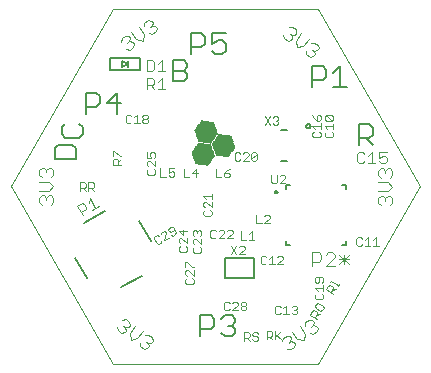
<source format=gbr>
G04 EAGLE Gerber X2 export*
%TF.Part,Single*%
%TF.FileFunction,Legend,Top,1*%
%TF.FilePolarity,Positive*%
%TF.GenerationSoftware,Autodesk,EAGLE,8.6.3*%
%TF.CreationDate,2018-03-24T11:36:11Z*%
G75*
%MOMM*%
%FSLAX34Y34*%
%LPD*%
%AMOC8*
5,1,8,0,0,1.08239X$1,22.5*%
G01*
%ADD10C,0.152400*%
%ADD11C,0.101600*%
%ADD12R,0.014731X0.014731*%
%ADD13R,0.147319X0.014731*%
%ADD14R,0.265175X0.014731*%
%ADD15R,0.383031X0.014731*%
%ADD16R,0.515619X0.014731*%
%ADD17R,0.633475X0.014731*%
%ADD18R,0.751331X0.014731*%
%ADD19R,0.883919X0.014731*%
%ADD20R,1.001775X0.014731*%
%ADD21R,1.119631X0.014731*%
%ADD22R,1.134363X0.014731*%
%ADD23R,1.149094X0.014731*%
%ADD24R,1.163825X0.014731*%
%ADD25R,1.178556X0.014731*%
%ADD26R,1.193288X0.014731*%
%ADD27R,1.222756X0.014731*%
%ADD28R,1.237488X0.014731*%
%ADD29R,1.266950X0.014731*%
%ADD30R,1.281681X0.014731*%
%ADD31R,1.311144X0.014731*%
%ADD32R,1.325881X0.014731*%
%ADD33R,1.355344X0.014731*%
%ADD34R,1.370075X0.014731*%
%ADD35R,1.384806X0.014731*%
%ADD36R,1.399538X0.014731*%
%ADD37R,1.414275X0.014731*%
%ADD38R,1.443738X0.014731*%
%ADD39R,1.458469X0.014731*%
%ADD40R,1.487931X0.014731*%
%ADD41R,1.502663X0.014731*%
%ADD42R,1.517394X0.014731*%
%ADD43R,1.532125X0.014731*%
%ADD44R,1.546856X0.014731*%
%ADD45R,1.576319X0.014731*%
%ADD46R,1.605788X0.014731*%
%ADD47R,1.620519X0.014731*%
%ADD48R,1.649981X0.014731*%
%ADD49R,1.664713X0.014731*%
%ADD50R,1.694175X0.014731*%
%ADD51R,1.708913X0.014731*%
%ADD52R,1.738375X0.014731*%
%ADD53R,1.753106X0.014731*%
%ADD54R,1.767838X0.014731*%
%ADD55R,1.782569X0.014731*%
%ADD56R,1.797306X0.014731*%
%ADD57R,0.117856X0.014731*%
%ADD58R,1.826769X0.014731*%
%ADD59R,0.235713X0.014731*%
%ADD60R,0.353569X0.014731*%
%ADD61R,1.856231X0.014731*%
%ADD62R,0.486156X0.014731*%
%ADD63R,1.870963X0.014731*%
%ADD64R,0.604013X0.014731*%
%ADD65R,0.721869X0.014731*%
%ADD66R,1.885694X0.014731*%
%ADD67R,0.839719X0.014731*%
%ADD68R,0.972306X0.014731*%
%ADD69R,1.090169X0.014731*%
%ADD70R,1.208025X0.014731*%
%ADD71R,1.252219X0.014731*%
%ADD72R,1.296412X0.014731*%
%ADD73R,1.340612X0.014731*%
%ADD74R,1.826763X0.014731*%
%ADD75R,1.414269X0.014731*%
%ADD76R,1.812031X0.014731*%
%ADD77R,1.429000X0.014731*%
%ADD78R,1.458462X0.014731*%
%ADD79R,1.473200X0.014731*%
%ADD80R,1.723644X0.014731*%
%ADD81R,1.694181X0.014731*%
%ADD82R,1.679450X0.014731*%
%ADD83R,1.561594X0.014731*%
%ADD84R,1.576325X0.014731*%
%ADD85R,1.591056X0.014731*%
%ADD86R,1.635250X0.014731*%
%ADD87R,1.561588X0.014731*%
%ADD88R,1.443731X0.014731*%
%ADD89R,1.797300X0.014731*%
%ADD90R,1.841500X0.014731*%
%ADD91R,1.311150X0.014731*%
%ADD92R,1.296419X0.014731*%
%ADD93R,1.193294X0.014731*%
%ADD94R,0.957575X0.014731*%
%ADD95R,0.589281X0.014731*%
%ADD96R,0.471425X0.014731*%
%ADD97R,0.220975X0.014731*%
%ADD98R,1.812038X0.014731*%
%ADD99R,0.103119X0.014731*%
%ADD100R,0.029463X0.014731*%
%ADD101R,0.162050X0.014731*%
%ADD102R,0.397763X0.014731*%
%ADD103R,0.648206X0.014731*%
%ADD104R,1.679444X0.014731*%
%ADD105R,1.016506X0.014731*%
%ADD106R,1.104900X0.014731*%
%ADD107R,1.222750X0.014731*%
%ADD108R,1.429006X0.014731*%
%ADD109R,1.208019X0.014731*%
%ADD110R,0.987044X0.014731*%
%ADD111R,0.854456X0.014731*%
%ADD112R,0.618744X0.014731*%
%ADD113R,0.500888X0.014731*%
%ADD114R,0.368300X0.014731*%
%ADD115R,0.132587X0.014731*%
%ADD116R,1.664719X0.014731*%
%ADD117R,1.075438X0.014731*%
%ADD118R,0.942844X0.014731*%
%ADD119R,0.707131X0.014731*%
%ADD120R,0.456694X0.014731*%
%ADD121R,0.088388X0.014731*%
%ADD122C,0.127000*%
%ADD123C,0.076200*%
%ADD124C,0.200000*%
%ADD125C,0.050800*%
%ADD126C,0.177800*%
%ADD127C,0.100000*%


D10*
X255242Y234074D02*
X255242Y251869D01*
X264140Y251869D01*
X267105Y248903D01*
X267105Y242972D01*
X264140Y240006D01*
X255242Y240006D01*
X273017Y245937D02*
X278949Y251869D01*
X278949Y234074D01*
X284880Y234074D02*
X273017Y234074D01*
D11*
X254734Y94130D02*
X254734Y82436D01*
X254734Y94130D02*
X260581Y94130D01*
X262530Y92181D01*
X262530Y88283D01*
X260581Y86334D01*
X254734Y86334D01*
X266428Y82436D02*
X274224Y82436D01*
X266428Y82436D02*
X274224Y90232D01*
X274224Y92181D01*
X272275Y94130D01*
X268377Y94130D01*
X266428Y92181D01*
X278122Y92181D02*
X285918Y84385D01*
X278122Y84385D02*
X285918Y92181D01*
X285918Y88283D02*
X278122Y88283D01*
X282020Y84385D02*
X282020Y92181D01*
D10*
X160500Y41049D02*
X160500Y23254D01*
X160500Y41049D02*
X169398Y41049D01*
X172363Y38083D01*
X172363Y32152D01*
X169398Y29186D01*
X160500Y29186D01*
X178275Y38083D02*
X181241Y41049D01*
X187172Y41049D01*
X190138Y38083D01*
X190138Y35117D01*
X187172Y32152D01*
X184207Y32152D01*
X187172Y32152D02*
X190138Y29186D01*
X190138Y26220D01*
X187172Y23254D01*
X181241Y23254D01*
X178275Y26220D01*
X63472Y211468D02*
X63472Y229263D01*
X72370Y229263D01*
X75335Y226297D01*
X75335Y220366D01*
X72370Y217400D01*
X63472Y217400D01*
X90144Y211468D02*
X90144Y229263D01*
X81247Y220366D01*
X93110Y220366D01*
D11*
X93313Y272482D02*
X93792Y275197D01*
X96985Y277432D01*
X99699Y276954D01*
X100817Y275357D01*
X100339Y272643D01*
X98742Y271525D01*
X100339Y272643D02*
X103053Y272164D01*
X104171Y270568D01*
X103692Y267853D01*
X100499Y265617D01*
X97785Y266096D01*
X106246Y274400D02*
X101774Y280786D01*
X106246Y274400D02*
X111675Y273443D01*
X112632Y278871D01*
X108161Y285258D01*
X112471Y285897D02*
X112950Y288611D01*
X116143Y290847D01*
X118858Y290368D01*
X119975Y288772D01*
X119497Y286057D01*
X117900Y284940D01*
X119497Y286057D02*
X122211Y285579D01*
X123329Y283982D01*
X122851Y281268D01*
X119657Y279032D01*
X116943Y279511D01*
X235123Y284599D02*
X237837Y285078D01*
X241030Y282842D01*
X241509Y280128D01*
X240391Y278531D01*
X237677Y278053D01*
X236080Y279170D01*
X237677Y278053D02*
X238155Y275338D01*
X237037Y273742D01*
X234323Y273263D01*
X231130Y275499D01*
X230651Y278213D01*
X241348Y273102D02*
X245820Y279488D01*
X241348Y273102D02*
X242306Y267674D01*
X247734Y268631D01*
X252206Y275017D01*
X254281Y271185D02*
X256996Y271663D01*
X260189Y269427D01*
X260667Y266713D01*
X259549Y265116D01*
X256835Y264638D01*
X255238Y265756D01*
X256835Y264638D02*
X257314Y261923D01*
X256196Y260327D01*
X253481Y259848D01*
X250288Y262084D01*
X249810Y264798D01*
X311112Y135947D02*
X313061Y133998D01*
X311112Y135947D02*
X311112Y139845D01*
X313061Y141794D01*
X315010Y141794D01*
X316959Y139845D01*
X316959Y137896D01*
X316959Y139845D02*
X318908Y141794D01*
X320857Y141794D01*
X322806Y139845D01*
X322806Y135947D01*
X320857Y133998D01*
X318908Y145692D02*
X311112Y145692D01*
X318908Y145692D02*
X322806Y149590D01*
X318908Y153488D01*
X311112Y153488D01*
X313061Y157386D02*
X311112Y159335D01*
X311112Y163233D01*
X313061Y165182D01*
X315010Y165182D01*
X316959Y163233D01*
X316959Y161284D01*
X316959Y163233D02*
X318908Y165182D01*
X320857Y165182D01*
X322806Y163233D01*
X322806Y159335D01*
X320857Y157386D01*
X230190Y21451D02*
X229711Y18736D01*
X230190Y21451D02*
X233383Y23686D01*
X236097Y23208D01*
X237215Y21611D01*
X236737Y18897D01*
X235140Y17779D01*
X236737Y18897D02*
X239451Y18418D01*
X240569Y16822D01*
X240090Y14107D01*
X236897Y11871D01*
X234183Y12350D01*
X242644Y20654D02*
X238172Y27040D01*
X242644Y20654D02*
X248073Y19697D01*
X249030Y25125D01*
X244559Y31512D01*
X248869Y32151D02*
X249348Y34865D01*
X252541Y37101D01*
X255256Y36622D01*
X256373Y35026D01*
X255895Y32311D01*
X254298Y31194D01*
X255895Y32311D02*
X258609Y31833D01*
X259727Y30236D01*
X259249Y27522D01*
X256055Y25286D01*
X253341Y25765D01*
X97121Y37682D02*
X94407Y37203D01*
X97121Y37682D02*
X100314Y35446D01*
X100793Y32732D01*
X99675Y31135D01*
X96961Y30657D01*
X95364Y31774D01*
X96961Y30657D02*
X97439Y27942D01*
X96321Y26346D01*
X93607Y25867D01*
X90414Y28103D01*
X89935Y30817D01*
X100632Y25706D02*
X105104Y32092D01*
X100632Y25706D02*
X101590Y20278D01*
X107018Y21235D01*
X111490Y27621D01*
X113565Y23789D02*
X116280Y24267D01*
X119473Y22031D01*
X119951Y19317D01*
X118833Y17720D01*
X116119Y17242D01*
X114522Y18360D01*
X116119Y17242D02*
X116598Y14527D01*
X115480Y12931D01*
X112765Y12452D01*
X109572Y14688D01*
X109094Y17402D01*
X26041Y134506D02*
X24092Y136455D01*
X24092Y140353D01*
X26041Y142302D01*
X27990Y142302D01*
X29939Y140353D01*
X29939Y138404D01*
X29939Y140353D02*
X31888Y142302D01*
X33837Y142302D01*
X35786Y140353D01*
X35786Y136455D01*
X33837Y134506D01*
X31888Y146200D02*
X24092Y146200D01*
X31888Y146200D02*
X35786Y150098D01*
X31888Y153996D01*
X24092Y153996D01*
X26041Y157894D02*
X24092Y159843D01*
X24092Y163741D01*
X26041Y165690D01*
X27990Y165690D01*
X29939Y163741D01*
X29939Y161792D01*
X29939Y163741D02*
X31888Y165690D01*
X33837Y165690D01*
X35786Y163741D01*
X35786Y159843D01*
X33837Y157894D01*
D12*
X166682Y167363D03*
D13*
X166167Y167511D03*
D14*
X165577Y167658D03*
D15*
X165136Y167805D03*
D16*
X164620Y167953D03*
D17*
X164178Y168100D03*
D18*
X163589Y168247D03*
D19*
X163073Y168395D03*
D20*
X162631Y168542D03*
D21*
X162189Y168689D03*
D22*
X162115Y168837D03*
D23*
X162189Y168984D03*
D24*
X162263Y169131D03*
D25*
X162189Y169279D03*
D26*
X162263Y169426D03*
D27*
X162263Y169573D03*
D28*
X162336Y169721D03*
X162336Y169868D03*
D29*
X162336Y170015D03*
D30*
X162410Y170163D03*
D31*
X162410Y170310D03*
X162410Y170457D03*
D32*
X162484Y170604D03*
D33*
X162484Y170752D03*
D34*
X162557Y170899D03*
D35*
X162484Y171046D03*
D36*
X162557Y171194D03*
D37*
X162631Y171341D03*
D38*
X162631Y171488D03*
X162631Y171636D03*
D39*
X162705Y171783D03*
D40*
X162705Y171930D03*
D41*
X162778Y172078D03*
D42*
X162705Y172225D03*
D43*
X162778Y172372D03*
D44*
X162852Y172520D03*
D45*
X162852Y172667D03*
X162852Y172814D03*
D46*
X162852Y172962D03*
D47*
X162926Y173109D03*
X162926Y173256D03*
D48*
X162926Y173404D03*
D49*
X162999Y173551D03*
D50*
X162999Y173698D03*
X162999Y173846D03*
D51*
X163073Y173993D03*
D52*
X163073Y174140D03*
D53*
X163147Y174287D03*
D54*
X163073Y174435D03*
D55*
X163147Y174582D03*
D56*
X163220Y174729D03*
D57*
X183698Y174729D03*
D58*
X163220Y174877D03*
D59*
X183109Y174877D03*
D58*
X163220Y175024D03*
D60*
X182667Y175024D03*
D61*
X163220Y175171D03*
D62*
X182151Y175171D03*
D63*
X163294Y175319D03*
D64*
X181709Y175319D03*
D63*
X163294Y175466D03*
D65*
X181120Y175466D03*
D66*
X163220Y175613D03*
D67*
X180678Y175613D03*
D66*
X163220Y175761D03*
D68*
X180162Y175761D03*
D63*
X163147Y175908D03*
D69*
X179720Y175908D03*
D66*
X163073Y176055D03*
D21*
X179573Y176055D03*
D66*
X163073Y176203D03*
D23*
X179573Y176203D03*
D66*
X162926Y176350D03*
D24*
X179647Y176350D03*
D66*
X162926Y176497D03*
D25*
X179720Y176497D03*
D63*
X162852Y176645D03*
D26*
X179647Y176645D03*
D66*
X162778Y176792D03*
D70*
X179720Y176792D03*
D66*
X162778Y176939D03*
D28*
X179720Y176939D03*
D66*
X162631Y177087D03*
D71*
X179794Y177087D03*
D66*
X162631Y177234D03*
D71*
X179794Y177234D03*
D63*
X162557Y177381D03*
D30*
X179794Y177381D03*
D66*
X162484Y177529D03*
D72*
X179868Y177529D03*
D66*
X162484Y177676D03*
D32*
X179868Y177676D03*
D66*
X162336Y177823D03*
D32*
X179868Y177823D03*
D66*
X162336Y177970D03*
D73*
X179941Y177970D03*
D63*
X162263Y178118D03*
D34*
X179941Y178118D03*
D61*
X162336Y178265D03*
D35*
X180015Y178265D03*
D61*
X162336Y178412D03*
D36*
X179941Y178412D03*
D74*
X162336Y178560D03*
D75*
X180015Y178560D03*
D76*
X162410Y178707D03*
D77*
X180088Y178707D03*
D55*
X162410Y178854D03*
D78*
X180088Y178854D03*
D55*
X162410Y179002D03*
D78*
X180088Y179002D03*
D54*
X162484Y179149D03*
D79*
X180162Y179149D03*
D52*
X162484Y179296D03*
D41*
X180162Y179296D03*
D80*
X162557Y179444D03*
D41*
X180162Y179444D03*
D51*
X162484Y179591D03*
D43*
X180162Y179591D03*
D81*
X162557Y179738D03*
D44*
X180236Y179738D03*
D82*
X162631Y179886D03*
D83*
X180309Y179886D03*
D48*
X162631Y180033D03*
D84*
X180236Y180033D03*
D48*
X162631Y180180D03*
D85*
X180309Y180180D03*
D86*
X162705Y180328D03*
D47*
X180309Y180328D03*
D46*
X162705Y180475D03*
D86*
X180383Y180475D03*
D46*
X162705Y180622D03*
D86*
X180383Y180622D03*
D84*
X162705Y180770D03*
D49*
X180383Y180770D03*
D87*
X162778Y180917D03*
D82*
X180457Y180917D03*
D44*
X162852Y181064D03*
D51*
X180457Y181064D03*
D43*
X162778Y181212D03*
D51*
X180457Y181212D03*
D42*
X162852Y181359D03*
D80*
X180530Y181359D03*
D40*
X162852Y181506D03*
D53*
X180530Y181506D03*
D79*
X162926Y181653D03*
D54*
X180604Y181653D03*
D79*
X162926Y181801D03*
D55*
X180530Y181801D03*
D88*
X162926Y181948D03*
D89*
X180604Y181948D03*
D77*
X162999Y182095D03*
D76*
X180678Y182095D03*
D36*
X162999Y182243D03*
D90*
X180678Y182243D03*
D36*
X162999Y182390D03*
D90*
X180678Y182390D03*
D35*
X163073Y182537D03*
D63*
X180678Y182537D03*
D33*
X163073Y182685D03*
D66*
X180751Y182685D03*
D73*
X163147Y182832D03*
D63*
X180678Y182832D03*
D32*
X163073Y182979D03*
D66*
X180604Y182979D03*
D91*
X163147Y183127D03*
D66*
X180604Y183127D03*
D92*
X163220Y183274D03*
D63*
X180530Y183274D03*
D29*
X163220Y183421D03*
D66*
X180457Y183421D03*
D29*
X163220Y183569D03*
D66*
X180457Y183569D03*
D71*
X163294Y183716D03*
D66*
X180309Y183716D03*
D27*
X163294Y183863D03*
D66*
X180309Y183863D03*
D70*
X163368Y184011D03*
D63*
X180236Y184011D03*
D93*
X163294Y184158D03*
D66*
X180162Y184158D03*
D25*
X163368Y184305D03*
D66*
X180162Y184305D03*
D24*
X163441Y184453D03*
D66*
X180015Y184453D03*
D23*
X163368Y184600D03*
D66*
X180015Y184600D03*
D22*
X163441Y184747D03*
D63*
X179941Y184747D03*
D69*
X163368Y184895D03*
D66*
X179868Y184895D03*
D94*
X162852Y185042D03*
D66*
X179868Y185042D03*
D67*
X162263Y185189D03*
D66*
X179720Y185189D03*
D65*
X161821Y185336D03*
D66*
X179720Y185336D03*
D95*
X161305Y185484D03*
D61*
X179720Y185484D03*
D96*
X160863Y185631D03*
D90*
X179794Y185631D03*
D60*
X160274Y185778D03*
D90*
X179794Y185778D03*
D97*
X159758Y185926D03*
D98*
X179794Y185926D03*
D99*
X159316Y186073D03*
D56*
X179868Y186073D03*
D100*
X169113Y186220D03*
D55*
X179794Y186220D03*
D101*
X168598Y186368D03*
D54*
X179868Y186368D03*
D14*
X168082Y186515D03*
D53*
X179941Y186515D03*
D102*
X167566Y186662D03*
D80*
X179941Y186662D03*
D16*
X167124Y186810D03*
D80*
X179941Y186810D03*
D103*
X166609Y186957D03*
D81*
X179941Y186957D03*
D18*
X166093Y187104D03*
D104*
X180015Y187104D03*
D19*
X165577Y187252D03*
D49*
X180088Y187252D03*
D105*
X165062Y187399D03*
D48*
X180015Y187399D03*
D106*
X164620Y187546D03*
D86*
X180088Y187546D03*
D22*
X164620Y187694D03*
D47*
X180162Y187694D03*
D23*
X164694Y187841D03*
D85*
X180162Y187841D03*
D24*
X164767Y187988D03*
D85*
X180162Y187988D03*
D25*
X164694Y188136D03*
D87*
X180162Y188136D03*
D26*
X164767Y188283D03*
D44*
X180236Y188283D03*
D107*
X164767Y188430D03*
D43*
X180309Y188430D03*
D28*
X164841Y188578D03*
D42*
X180236Y188578D03*
D28*
X164841Y188725D03*
D41*
X180309Y188725D03*
D29*
X164841Y188872D03*
D79*
X180309Y188872D03*
D30*
X164915Y189019D03*
D39*
X180383Y189019D03*
D31*
X164915Y189167D03*
D39*
X180383Y189167D03*
D31*
X164915Y189314D03*
D108*
X180383Y189314D03*
D32*
X164988Y189461D03*
D75*
X180457Y189461D03*
D33*
X164988Y189609D03*
D35*
X180457Y189609D03*
D34*
X165062Y189756D03*
D35*
X180457Y189756D03*
X164988Y189903D03*
D34*
X180530Y189903D03*
D36*
X165062Y190051D03*
D73*
X180530Y190051D03*
D75*
X165136Y190198D03*
D73*
X180530Y190198D03*
D38*
X165136Y190345D03*
D91*
X180530Y190345D03*
D38*
X165136Y190493D03*
D72*
X180604Y190493D03*
D79*
X165136Y190640D03*
D30*
X180678Y190640D03*
D40*
X165209Y190787D03*
D29*
X180604Y190787D03*
D41*
X165283Y190935D03*
D71*
X180678Y190935D03*
D42*
X165209Y191082D03*
D27*
X180678Y191082D03*
D43*
X165283Y191229D03*
D109*
X180751Y191229D03*
D87*
X165283Y191377D03*
D109*
X180751Y191377D03*
D45*
X165356Y191524D03*
D25*
X180751Y191524D03*
D45*
X165356Y191671D03*
D24*
X180825Y191671D03*
D46*
X165356Y191819D03*
D23*
X180899Y191819D03*
D47*
X165430Y191966D03*
D22*
X180825Y191966D03*
D47*
X165430Y192113D03*
D106*
X180825Y192113D03*
D48*
X165430Y192261D03*
D110*
X180383Y192261D03*
D49*
X165504Y192408D03*
D111*
X179868Y192408D03*
D50*
X165504Y192555D03*
D18*
X179352Y192555D03*
D50*
X165504Y192702D03*
D112*
X178836Y192702D03*
D51*
X165577Y192850D03*
D113*
X178394Y192850D03*
D52*
X165577Y192997D03*
D114*
X177879Y192997D03*
D53*
X165651Y193144D03*
D14*
X177363Y193144D03*
D54*
X165577Y193292D03*
D115*
X176847Y193292D03*
D55*
X165651Y193439D03*
D12*
X176405Y193439D03*
D56*
X165725Y193586D03*
D58*
X165725Y193734D03*
X165725Y193881D03*
D61*
X165725Y194028D03*
D63*
X165798Y194176D03*
X165798Y194323D03*
D66*
X165725Y194470D03*
X165725Y194618D03*
X165577Y194765D03*
X165577Y194912D03*
D63*
X165504Y195060D03*
D66*
X165430Y195207D03*
X165430Y195354D03*
X165283Y195502D03*
X165283Y195649D03*
D63*
X165209Y195796D03*
D66*
X165136Y195944D03*
X165136Y196091D03*
D63*
X165062Y196238D03*
D66*
X164988Y196385D03*
X164988Y196533D03*
X164841Y196680D03*
X164841Y196827D03*
D63*
X164767Y196975D03*
D61*
X164841Y197122D03*
X164841Y197269D03*
D74*
X164841Y197417D03*
D76*
X164915Y197564D03*
D55*
X164915Y197711D03*
X164915Y197859D03*
D54*
X164988Y198006D03*
D52*
X164988Y198153D03*
D80*
X165062Y198301D03*
D51*
X164988Y198448D03*
D81*
X165062Y198595D03*
D82*
X165136Y198743D03*
D116*
X165062Y198890D03*
D48*
X165136Y199037D03*
D47*
X165136Y199185D03*
D46*
X165209Y199332D03*
X165209Y199479D03*
D84*
X165209Y199627D03*
D87*
X165283Y199774D03*
D43*
X165283Y199921D03*
X165283Y200068D03*
D42*
X165356Y200216D03*
D40*
X165356Y200363D03*
D79*
X165430Y200510D03*
X165430Y200658D03*
D88*
X165430Y200805D03*
D77*
X165504Y200952D03*
D36*
X165504Y201100D03*
X165504Y201247D03*
D35*
X165577Y201394D03*
D33*
X165577Y201542D03*
D73*
X165651Y201689D03*
D32*
X165577Y201836D03*
D91*
X165651Y201984D03*
D92*
X165725Y202131D03*
D29*
X165725Y202278D03*
X165725Y202426D03*
D28*
X165725Y202573D03*
D27*
X165798Y202720D03*
D70*
X165872Y202868D03*
D93*
X165798Y203015D03*
D25*
X165872Y203162D03*
D23*
X165872Y203310D03*
X165872Y203457D03*
D22*
X165946Y203604D03*
D117*
X165798Y203751D03*
D118*
X165283Y203899D03*
D67*
X164767Y204046D03*
D119*
X164252Y204193D03*
D95*
X163810Y204341D03*
D120*
X163294Y204488D03*
D60*
X162778Y204635D03*
D97*
X162263Y204783D03*
D121*
X161747Y204930D03*
D10*
X152118Y262014D02*
X152118Y279809D01*
X161016Y279809D01*
X163981Y276843D01*
X163981Y270912D01*
X161016Y267946D01*
X152118Y267946D01*
X169893Y279809D02*
X181756Y279809D01*
X169893Y279809D02*
X169893Y270912D01*
X175825Y273877D01*
X178790Y273877D01*
X181756Y270912D01*
X181756Y264980D01*
X178790Y262014D01*
X172859Y262014D01*
X169893Y264980D01*
D122*
X99246Y253632D02*
X99246Y251132D01*
X99246Y253632D02*
X99246Y256132D01*
X99246Y253632D02*
X94246Y251132D01*
X94246Y256132D02*
X99246Y253632D01*
X94246Y256132D02*
X94246Y251132D01*
X84246Y248632D02*
X84246Y258632D01*
X109246Y258632D01*
X109246Y248632D01*
X84246Y248632D01*
D123*
X115181Y247649D02*
X115181Y257055D01*
X115181Y247649D02*
X119884Y247649D01*
X121451Y249217D01*
X121451Y255487D01*
X119884Y257055D01*
X115181Y257055D01*
X124536Y253920D02*
X127671Y257055D01*
X127671Y247649D01*
X124536Y247649D02*
X130807Y247649D01*
X115161Y241701D02*
X115161Y232295D01*
X115161Y241701D02*
X119864Y241701D01*
X121432Y240133D01*
X121432Y236998D01*
X119864Y235430D01*
X115161Y235430D01*
X118296Y235430D02*
X121432Y232295D01*
X124516Y238566D02*
X127652Y241701D01*
X127652Y232295D01*
X130787Y232295D02*
X124516Y232295D01*
D10*
X54836Y173368D02*
X37041Y173368D01*
X54836Y173368D02*
X54836Y182266D01*
X51870Y185231D01*
X40007Y185231D01*
X37041Y182266D01*
X37041Y173368D01*
X42883Y200046D02*
X45849Y203011D01*
X42883Y200046D02*
X42883Y194114D01*
X45849Y191148D01*
X57712Y191148D01*
X60678Y194114D01*
X60678Y200046D01*
X57712Y203011D01*
X137640Y238900D02*
X137640Y256695D01*
X146538Y256695D01*
X149503Y253729D01*
X149503Y250763D01*
X146538Y247798D01*
X149503Y244832D01*
X149503Y241866D01*
X146538Y238900D01*
X137640Y238900D01*
X137640Y247798D02*
X146538Y247798D01*
X294612Y202593D02*
X294612Y184798D01*
X294612Y202593D02*
X303510Y202593D01*
X306475Y199627D01*
X306475Y193696D01*
X303510Y190730D01*
X294612Y190730D01*
X300544Y190730D02*
X306475Y184798D01*
D122*
X236290Y150762D02*
X232890Y150762D01*
X232890Y147362D01*
X280290Y150762D02*
X283690Y150762D01*
X283690Y147362D01*
X232890Y103362D02*
X232890Y99962D01*
X236290Y99962D01*
X283690Y99962D02*
X283690Y103362D01*
X283690Y99962D02*
X280290Y99962D01*
D124*
X223790Y145062D02*
X223792Y145125D01*
X223798Y145187D01*
X223808Y145249D01*
X223821Y145311D01*
X223839Y145371D01*
X223860Y145430D01*
X223885Y145488D01*
X223914Y145544D01*
X223946Y145598D01*
X223981Y145650D01*
X224019Y145699D01*
X224061Y145747D01*
X224105Y145791D01*
X224153Y145833D01*
X224202Y145871D01*
X224254Y145906D01*
X224308Y145938D01*
X224364Y145967D01*
X224422Y145992D01*
X224481Y146013D01*
X224541Y146031D01*
X224603Y146044D01*
X224665Y146054D01*
X224727Y146060D01*
X224790Y146062D01*
X224853Y146060D01*
X224915Y146054D01*
X224977Y146044D01*
X225039Y146031D01*
X225099Y146013D01*
X225158Y145992D01*
X225216Y145967D01*
X225272Y145938D01*
X225326Y145906D01*
X225378Y145871D01*
X225427Y145833D01*
X225475Y145791D01*
X225519Y145747D01*
X225561Y145699D01*
X225599Y145650D01*
X225634Y145598D01*
X225666Y145544D01*
X225695Y145488D01*
X225720Y145430D01*
X225741Y145371D01*
X225759Y145311D01*
X225772Y145249D01*
X225782Y145187D01*
X225788Y145125D01*
X225790Y145062D01*
X225788Y144999D01*
X225782Y144937D01*
X225772Y144875D01*
X225759Y144813D01*
X225741Y144753D01*
X225720Y144694D01*
X225695Y144636D01*
X225666Y144580D01*
X225634Y144526D01*
X225599Y144474D01*
X225561Y144425D01*
X225519Y144377D01*
X225475Y144333D01*
X225427Y144291D01*
X225378Y144253D01*
X225326Y144218D01*
X225272Y144186D01*
X225216Y144157D01*
X225158Y144132D01*
X225099Y144111D01*
X225039Y144093D01*
X224977Y144080D01*
X224915Y144070D01*
X224853Y144064D01*
X224790Y144062D01*
X224727Y144064D01*
X224665Y144070D01*
X224603Y144080D01*
X224541Y144093D01*
X224481Y144111D01*
X224422Y144132D01*
X224364Y144157D01*
X224308Y144186D01*
X224254Y144218D01*
X224202Y144253D01*
X224153Y144291D01*
X224105Y144333D01*
X224061Y144377D01*
X224019Y144425D01*
X223981Y144474D01*
X223946Y144526D01*
X223914Y144580D01*
X223885Y144636D01*
X223860Y144694D01*
X223839Y144753D01*
X223821Y144813D01*
X223808Y144875D01*
X223798Y144937D01*
X223792Y144999D01*
X223790Y145062D01*
D125*
X220592Y153727D02*
X220592Y159659D01*
X220592Y153727D02*
X221778Y152541D01*
X224151Y152541D01*
X225337Y153727D01*
X225337Y159659D01*
X227608Y152541D02*
X232353Y152541D01*
X227608Y152541D02*
X232353Y157286D01*
X232353Y158473D01*
X231167Y159659D01*
X228794Y159659D01*
X227608Y158473D01*
X296172Y106826D02*
X297358Y105640D01*
X296172Y106826D02*
X293799Y106826D01*
X292613Y105640D01*
X292613Y100894D01*
X293799Y99708D01*
X296172Y99708D01*
X297358Y100894D01*
X299629Y104453D02*
X302002Y106826D01*
X302002Y99708D01*
X299629Y99708D02*
X304375Y99708D01*
X306646Y104453D02*
X309018Y106826D01*
X309018Y99708D01*
X306646Y99708D02*
X311391Y99708D01*
X265650Y194961D02*
X266836Y196147D01*
X265650Y194961D02*
X265650Y192588D01*
X266836Y191402D01*
X271582Y191402D01*
X272768Y192588D01*
X272768Y194961D01*
X271582Y196147D01*
X268023Y198418D02*
X265650Y200791D01*
X272768Y200791D01*
X272768Y198418D02*
X272768Y203164D01*
X271582Y205435D02*
X266836Y205435D01*
X265650Y206621D01*
X265650Y208994D01*
X266836Y210180D01*
X271582Y210180D01*
X272768Y208994D01*
X272768Y206621D01*
X271582Y205435D01*
X266836Y210180D01*
X215019Y91078D02*
X216205Y89892D01*
X215019Y91078D02*
X212646Y91078D01*
X211460Y89892D01*
X211460Y85146D01*
X212646Y83960D01*
X215019Y83960D01*
X216205Y85146D01*
X218476Y88705D02*
X220849Y91078D01*
X220849Y83960D01*
X218476Y83960D02*
X223222Y83960D01*
X225493Y83960D02*
X230238Y83960D01*
X225493Y83960D02*
X230238Y88705D01*
X230238Y89892D01*
X229052Y91078D01*
X226679Y91078D01*
X225493Y89892D01*
X227211Y49041D02*
X228397Y47855D01*
X227211Y49041D02*
X224838Y49041D01*
X223652Y47855D01*
X223652Y43109D01*
X224838Y41923D01*
X227211Y41923D01*
X228397Y43109D01*
X230668Y46668D02*
X233041Y49041D01*
X233041Y41923D01*
X230668Y41923D02*
X235414Y41923D01*
X237685Y47855D02*
X238871Y49041D01*
X241244Y49041D01*
X242430Y47855D01*
X242430Y46668D01*
X241244Y45482D01*
X240057Y45482D01*
X241244Y45482D02*
X242430Y44296D01*
X242430Y43109D01*
X241244Y41923D01*
X238871Y41923D01*
X237685Y43109D01*
D123*
X299360Y177523D02*
X297792Y179091D01*
X294657Y179091D01*
X293089Y177523D01*
X293089Y171253D01*
X294657Y169685D01*
X297792Y169685D01*
X299360Y171253D01*
X302445Y175956D02*
X305580Y179091D01*
X305580Y169685D01*
X302445Y169685D02*
X308715Y169685D01*
X311800Y179091D02*
X318071Y179091D01*
X311800Y179091D02*
X311800Y174388D01*
X314935Y175956D01*
X316503Y175956D01*
X318071Y174388D01*
X318071Y171253D01*
X316503Y169685D01*
X313367Y169685D01*
X311800Y171253D01*
D125*
X256422Y196401D02*
X255236Y195215D01*
X255236Y192842D01*
X256422Y191656D01*
X261168Y191656D01*
X262354Y192842D01*
X262354Y195215D01*
X261168Y196401D01*
X257609Y198672D02*
X255236Y201045D01*
X262354Y201045D01*
X262354Y198672D02*
X262354Y203418D01*
X256422Y208061D02*
X255236Y210434D01*
X256422Y208061D02*
X258795Y205689D01*
X261168Y205689D01*
X262354Y206875D01*
X262354Y209248D01*
X261168Y210434D01*
X259981Y210434D01*
X258795Y209248D01*
X258795Y205689D01*
X93190Y168479D02*
X86072Y168479D01*
X86072Y172038D01*
X87258Y173225D01*
X89631Y173225D01*
X90817Y172038D01*
X90817Y168479D01*
X90817Y170852D02*
X93190Y173225D01*
X86072Y175496D02*
X86072Y180241D01*
X87258Y180241D01*
X92004Y175496D01*
X93190Y175496D01*
X101999Y209526D02*
X100813Y210712D01*
X98440Y210712D01*
X97254Y209526D01*
X97254Y204780D01*
X98440Y203594D01*
X100813Y203594D01*
X101999Y204780D01*
X104270Y208339D02*
X106643Y210712D01*
X106643Y203594D01*
X104270Y203594D02*
X109016Y203594D01*
X111287Y209526D02*
X112473Y210712D01*
X114846Y210712D01*
X116032Y209526D01*
X116032Y208339D01*
X114846Y207153D01*
X116032Y205967D01*
X116032Y204780D01*
X114846Y203594D01*
X112473Y203594D01*
X111287Y204780D01*
X111287Y205967D01*
X112473Y207153D01*
X111287Y208339D01*
X111287Y209526D01*
X112473Y207153D02*
X114846Y207153D01*
X258581Y59274D02*
X257395Y58088D01*
X257395Y55715D01*
X258581Y54529D01*
X263327Y54529D01*
X264513Y55715D01*
X264513Y58088D01*
X263327Y59274D01*
X259768Y61545D02*
X257395Y63918D01*
X264513Y63918D01*
X264513Y61545D02*
X264513Y66291D01*
X263327Y68562D02*
X264513Y69748D01*
X264513Y72121D01*
X263327Y73307D01*
X258581Y73307D01*
X257395Y72121D01*
X257395Y69748D01*
X258581Y68562D01*
X259768Y68562D01*
X260954Y69748D01*
X260954Y73307D01*
X194485Y104940D02*
X194485Y112058D01*
X194485Y104940D02*
X199231Y104940D01*
X201502Y109686D02*
X203874Y112058D01*
X203874Y104940D01*
X201502Y104940D02*
X206247Y104940D01*
X194234Y177522D02*
X193048Y178708D01*
X190675Y178708D01*
X189489Y177522D01*
X189489Y172776D01*
X190675Y171590D01*
X193048Y171590D01*
X194234Y172776D01*
X196505Y171590D02*
X201251Y171590D01*
X201251Y176335D02*
X196505Y171590D01*
X201251Y176335D02*
X201251Y177522D01*
X200064Y178708D01*
X197692Y178708D01*
X196505Y177522D01*
X203522Y177522D02*
X203522Y172776D01*
X203522Y177522D02*
X204708Y178708D01*
X207081Y178708D01*
X208267Y177522D01*
X208267Y172776D01*
X207081Y171590D01*
X204708Y171590D01*
X203522Y172776D01*
X208267Y177522D01*
X164220Y129853D02*
X163034Y128667D01*
X163034Y126294D01*
X164220Y125108D01*
X168966Y125108D01*
X170152Y126294D01*
X170152Y128667D01*
X168966Y129853D01*
X170152Y132124D02*
X170152Y136870D01*
X165407Y136870D02*
X170152Y132124D01*
X165407Y136870D02*
X164220Y136870D01*
X163034Y135683D01*
X163034Y133311D01*
X164220Y132124D01*
X165407Y139141D02*
X163034Y141513D01*
X170152Y141513D01*
X170152Y139141D02*
X170152Y143886D01*
X207478Y125724D02*
X207478Y118606D01*
X212223Y118606D01*
X214494Y118606D02*
X219240Y118606D01*
X219240Y123351D02*
X214494Y118606D01*
X219240Y123351D02*
X219240Y124537D01*
X218053Y125724D01*
X215681Y125724D01*
X214494Y124537D01*
X173660Y111990D02*
X172474Y113176D01*
X170101Y113176D01*
X168915Y111990D01*
X168915Y107244D01*
X170101Y106058D01*
X172474Y106058D01*
X173660Y107244D01*
X175931Y106058D02*
X180677Y106058D01*
X180677Y110803D02*
X175931Y106058D01*
X180677Y110803D02*
X180677Y111990D01*
X179490Y113176D01*
X177118Y113176D01*
X175931Y111990D01*
X182948Y106058D02*
X187693Y106058D01*
X182948Y106058D02*
X187693Y110803D01*
X187693Y111990D01*
X186507Y113176D01*
X184134Y113176D01*
X182948Y111990D01*
X155330Y98611D02*
X154144Y97425D01*
X154144Y95052D01*
X155330Y93866D01*
X160076Y93866D01*
X161262Y95052D01*
X161262Y97425D01*
X160076Y98611D01*
X161262Y100882D02*
X161262Y105628D01*
X156517Y105628D02*
X161262Y100882D01*
X156517Y105628D02*
X155330Y105628D01*
X154144Y104441D01*
X154144Y102069D01*
X155330Y100882D01*
X155330Y107899D02*
X154144Y109085D01*
X154144Y111458D01*
X155330Y112644D01*
X156517Y112644D01*
X157703Y111458D01*
X157703Y110271D01*
X157703Y111458D02*
X158889Y112644D01*
X160076Y112644D01*
X161262Y111458D01*
X161262Y109085D01*
X160076Y107899D01*
X143138Y99373D02*
X141952Y98187D01*
X141952Y95814D01*
X143138Y94628D01*
X147884Y94628D01*
X149070Y95814D01*
X149070Y98187D01*
X147884Y99373D01*
X149070Y101644D02*
X149070Y106390D01*
X144325Y106390D02*
X149070Y101644D01*
X144325Y106390D02*
X143138Y106390D01*
X141952Y105203D01*
X141952Y102831D01*
X143138Y101644D01*
X141952Y112220D02*
X149070Y112220D01*
X145511Y108661D02*
X141952Y112220D01*
X145511Y113406D02*
X145511Y108661D01*
X115282Y163465D02*
X116468Y164651D01*
X115282Y163465D02*
X115282Y161092D01*
X116468Y159906D01*
X121214Y159906D01*
X122400Y161092D01*
X122400Y163465D01*
X121214Y164651D01*
X122400Y166922D02*
X122400Y171668D01*
X117655Y171668D02*
X122400Y166922D01*
X117655Y171668D02*
X116468Y171668D01*
X115282Y170481D01*
X115282Y168109D01*
X116468Y166922D01*
X115282Y173939D02*
X115282Y178684D01*
X115282Y173939D02*
X118841Y173939D01*
X117655Y176311D01*
X117655Y177498D01*
X118841Y178684D01*
X121214Y178684D01*
X122400Y177498D01*
X122400Y175125D01*
X121214Y173939D01*
X146264Y164840D02*
X146264Y157722D01*
X151009Y157722D01*
X156839Y157722D02*
X156839Y164840D01*
X153280Y161281D01*
X158026Y161281D01*
X126694Y158061D02*
X126694Y165179D01*
X126694Y158061D02*
X131440Y158061D01*
X133711Y165179D02*
X138456Y165179D01*
X133711Y165179D02*
X133711Y161620D01*
X136083Y162806D01*
X137270Y162806D01*
X138456Y161620D01*
X138456Y159247D01*
X137270Y158061D01*
X134897Y158061D01*
X133711Y159247D01*
D126*
X183360Y89708D02*
X203680Y89708D01*
X203680Y72116D02*
X183360Y72116D01*
X203553Y72149D02*
X206093Y72149D01*
X206093Y89675D01*
X203553Y89675D01*
X183360Y72149D02*
X181074Y72149D01*
X181074Y89675D01*
X183614Y89675D01*
D125*
X190964Y92342D02*
X186218Y99460D01*
X190964Y99460D02*
X186218Y92342D01*
X193235Y92342D02*
X197980Y92342D01*
X193235Y92342D02*
X197980Y97087D01*
X197980Y98274D01*
X196794Y99460D01*
X194421Y99460D01*
X193235Y98274D01*
X148980Y72101D02*
X147794Y70915D01*
X147794Y68542D01*
X148980Y67356D01*
X153726Y67356D01*
X154912Y68542D01*
X154912Y70915D01*
X153726Y72101D01*
X154912Y74372D02*
X154912Y79118D01*
X150167Y79118D02*
X154912Y74372D01*
X150167Y79118D02*
X148980Y79118D01*
X147794Y77931D01*
X147794Y75559D01*
X148980Y74372D01*
X147794Y81389D02*
X147794Y86134D01*
X148980Y86134D01*
X153726Y81389D01*
X154912Y81389D01*
X183998Y52216D02*
X185184Y51030D01*
X183998Y52216D02*
X181625Y52216D01*
X180439Y51030D01*
X180439Y46284D01*
X181625Y45098D01*
X183998Y45098D01*
X185184Y46284D01*
X187455Y45098D02*
X192201Y45098D01*
X192201Y49843D02*
X187455Y45098D01*
X192201Y49843D02*
X192201Y51030D01*
X191014Y52216D01*
X188642Y52216D01*
X187455Y51030D01*
X194472Y51030D02*
X195658Y52216D01*
X198031Y52216D01*
X199217Y51030D01*
X199217Y49843D01*
X198031Y48657D01*
X199217Y47471D01*
X199217Y46284D01*
X198031Y45098D01*
X195658Y45098D01*
X194472Y46284D01*
X194472Y47471D01*
X195658Y48657D01*
X194472Y49843D01*
X194472Y51030D01*
X195658Y48657D02*
X198031Y48657D01*
D122*
X229120Y197544D02*
X234120Y197544D01*
X234120Y171544D02*
X229120Y171544D01*
X250144Y201054D02*
X250146Y201138D01*
X250152Y201222D01*
X250162Y201306D01*
X250175Y201389D01*
X250193Y201471D01*
X250215Y201553D01*
X250240Y201633D01*
X250269Y201712D01*
X250302Y201790D01*
X250338Y201866D01*
X250378Y201940D01*
X250421Y202012D01*
X250467Y202082D01*
X250517Y202150D01*
X250570Y202216D01*
X250626Y202279D01*
X250685Y202339D01*
X250747Y202396D01*
X250811Y202451D01*
X250878Y202502D01*
X250947Y202550D01*
X251018Y202595D01*
X251091Y202637D01*
X251166Y202675D01*
X251243Y202709D01*
X251321Y202740D01*
X251401Y202767D01*
X251482Y202791D01*
X251564Y202810D01*
X251647Y202826D01*
X251730Y202838D01*
X251814Y202846D01*
X251898Y202850D01*
X251982Y202850D01*
X252066Y202846D01*
X252150Y202838D01*
X252233Y202826D01*
X252316Y202810D01*
X252398Y202791D01*
X252479Y202767D01*
X252559Y202740D01*
X252637Y202709D01*
X252714Y202675D01*
X252789Y202637D01*
X252862Y202595D01*
X252933Y202550D01*
X253002Y202502D01*
X253069Y202451D01*
X253133Y202396D01*
X253195Y202339D01*
X253254Y202279D01*
X253310Y202216D01*
X253363Y202150D01*
X253413Y202082D01*
X253459Y202012D01*
X253502Y201940D01*
X253542Y201866D01*
X253578Y201790D01*
X253611Y201712D01*
X253640Y201633D01*
X253665Y201553D01*
X253687Y201471D01*
X253705Y201389D01*
X253718Y201306D01*
X253728Y201222D01*
X253734Y201138D01*
X253736Y201054D01*
X253734Y200970D01*
X253728Y200886D01*
X253718Y200802D01*
X253705Y200719D01*
X253687Y200637D01*
X253665Y200555D01*
X253640Y200475D01*
X253611Y200396D01*
X253578Y200318D01*
X253542Y200242D01*
X253502Y200168D01*
X253459Y200096D01*
X253413Y200026D01*
X253363Y199958D01*
X253310Y199892D01*
X253254Y199829D01*
X253195Y199769D01*
X253133Y199712D01*
X253069Y199657D01*
X253002Y199606D01*
X252933Y199558D01*
X252862Y199513D01*
X252789Y199471D01*
X252714Y199433D01*
X252637Y199399D01*
X252559Y199368D01*
X252479Y199341D01*
X252398Y199317D01*
X252316Y199298D01*
X252233Y199282D01*
X252150Y199270D01*
X252066Y199262D01*
X251982Y199258D01*
X251898Y199258D01*
X251814Y199262D01*
X251730Y199270D01*
X251647Y199282D01*
X251564Y199298D01*
X251482Y199317D01*
X251401Y199341D01*
X251321Y199368D01*
X251243Y199399D01*
X251166Y199433D01*
X251091Y199471D01*
X251018Y199513D01*
X250947Y199558D01*
X250878Y199606D01*
X250811Y199657D01*
X250747Y199712D01*
X250685Y199769D01*
X250626Y199829D01*
X250570Y199892D01*
X250517Y199958D01*
X250467Y200026D01*
X250421Y200096D01*
X250378Y200168D01*
X250338Y200242D01*
X250302Y200318D01*
X250269Y200396D01*
X250240Y200475D01*
X250215Y200555D01*
X250193Y200637D01*
X250175Y200719D01*
X250162Y200802D01*
X250152Y200886D01*
X250146Y200970D01*
X250144Y201054D01*
D125*
X219539Y202070D02*
X214793Y209188D01*
X219539Y209188D02*
X214793Y202070D01*
X221810Y208002D02*
X222996Y209188D01*
X225369Y209188D01*
X226555Y208002D01*
X226555Y206815D01*
X225369Y205629D01*
X224182Y205629D01*
X225369Y205629D02*
X226555Y204443D01*
X226555Y203256D01*
X225369Y202070D01*
X222996Y202070D01*
X221810Y203256D01*
X253459Y41448D02*
X259624Y37889D01*
X253459Y41448D02*
X255239Y44530D01*
X256859Y44964D01*
X258914Y43778D01*
X259348Y42157D01*
X257569Y39075D01*
X258755Y41130D02*
X261996Y41998D01*
X257561Y48552D02*
X258747Y50606D01*
X257561Y48552D02*
X257995Y46931D01*
X262105Y44558D01*
X263725Y44993D01*
X264911Y47047D01*
X264477Y48668D01*
X260368Y51041D01*
X258747Y50606D01*
X266942Y62821D02*
X273106Y59262D01*
X266942Y62821D02*
X268722Y65903D01*
X270342Y66337D01*
X272397Y65151D01*
X272831Y63530D01*
X271052Y60448D01*
X272238Y62503D02*
X275479Y63372D01*
X276615Y65338D02*
X277801Y67393D01*
X277208Y66366D02*
X271043Y69925D01*
X270450Y68897D02*
X271637Y70952D01*
D127*
X259800Y300000D02*
X86600Y300000D01*
X86600Y0D02*
X259800Y0D01*
X0Y150000D02*
X86600Y300000D01*
X259800Y300000D02*
X346400Y150000D01*
X259800Y0D01*
X86600Y0D02*
X0Y150000D01*
D125*
X173442Y157722D02*
X173442Y164840D01*
X173442Y157722D02*
X178187Y157722D01*
X182831Y163653D02*
X185204Y164840D01*
X182831Y163653D02*
X180458Y161281D01*
X180458Y158908D01*
X181645Y157722D01*
X184017Y157722D01*
X185204Y158908D01*
X185204Y160094D01*
X184017Y161281D01*
X180458Y161281D01*
X125077Y108169D02*
X123457Y108603D01*
X121402Y107417D01*
X120967Y105796D01*
X123340Y101687D01*
X124961Y101252D01*
X127016Y102439D01*
X127450Y104059D01*
X130010Y104167D02*
X134119Y106540D01*
X130010Y104167D02*
X131747Y110650D01*
X131153Y111677D01*
X129533Y112111D01*
X127478Y110925D01*
X127044Y109304D01*
X135493Y108703D02*
X137113Y108269D01*
X139168Y109455D01*
X139602Y111076D01*
X137230Y115185D01*
X135609Y115619D01*
X133554Y114433D01*
X133120Y112813D01*
X133713Y111785D01*
X135334Y111351D01*
X138416Y113130D01*
X216571Y27578D02*
X216571Y20460D01*
X216571Y27578D02*
X220130Y27578D01*
X221317Y26392D01*
X221317Y24019D01*
X220130Y22833D01*
X216571Y22833D01*
X218944Y22833D02*
X221317Y20460D01*
X223588Y20460D02*
X223588Y27578D01*
X223588Y22833D02*
X228333Y27578D01*
X224774Y24019D02*
X228333Y20460D01*
X197521Y19444D02*
X197521Y26562D01*
X201080Y26562D01*
X202267Y25376D01*
X202267Y23003D01*
X201080Y21817D01*
X197521Y21817D01*
X199894Y21817D02*
X202267Y19444D01*
X209283Y25376D02*
X208097Y26562D01*
X205724Y26562D01*
X204538Y25376D01*
X204538Y24189D01*
X205724Y23003D01*
X208097Y23003D01*
X209283Y21817D01*
X209283Y20630D01*
X208097Y19444D01*
X205724Y19444D01*
X204538Y20630D01*
X58646Y146190D02*
X58646Y153308D01*
X62205Y153308D01*
X63391Y152122D01*
X63391Y149749D01*
X62205Y148563D01*
X58646Y148563D01*
X61019Y148563D02*
X63391Y146190D01*
X65662Y146190D02*
X65662Y153308D01*
X69221Y153308D01*
X70408Y152122D01*
X70408Y149749D01*
X69221Y148563D01*
X65662Y148563D01*
X68035Y148563D02*
X70408Y146190D01*
D122*
X108866Y121070D02*
X118866Y103750D01*
X79496Y128940D02*
X62176Y118940D01*
X54306Y89570D02*
X64306Y72250D01*
X93676Y64380D02*
X110996Y74380D01*
D123*
X60815Y125484D02*
X56112Y133630D01*
X60185Y135981D01*
X62326Y135408D01*
X63894Y132692D01*
X63320Y130551D01*
X59247Y128199D01*
X65781Y135592D02*
X66929Y139875D01*
X71632Y131729D01*
X68917Y130162D02*
X74347Y133297D01*
M02*

</source>
